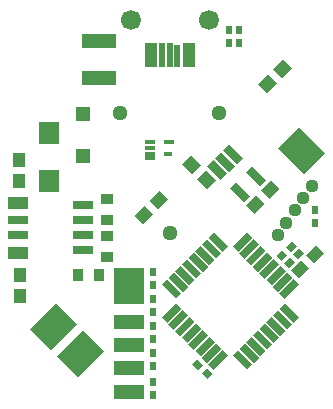
<source format=gbs>
G04 #@! TF.FileFunction,Soldermask,Bot*
%FSLAX46Y46*%
G04 Gerber Fmt 4.6, Leading zero omitted, Abs format (unit mm)*
G04 Created by KiCad (PCBNEW 4.0.7) date 11/15/18 02:42:05*
%MOMM*%
%LPD*%
G01*
G04 APERTURE LIST*
%ADD10C,0.100000*%
%ADD11R,2.501600X1.301600*%
%ADD12C,1.292600*%
%ADD13R,2.901600X1.301600*%
%ADD14R,2.501600X3.101600*%
%ADD15R,0.601600X0.701600*%
%ADD16R,1.001600X0.901600*%
%ADD17R,0.901600X1.001600*%
%ADD18R,1.001600X1.201600*%
%ADD19R,1.701600X0.701600*%
%ADD20R,1.701600X1.101600*%
%ADD21R,1.781600X1.821600*%
%ADD22R,1.301600X1.201600*%
%ADD23R,0.851600X0.701600*%
%ADD24R,0.851600X0.401600*%
%ADD25R,0.651600X0.401600*%
%ADD26R,0.501600X2.101600*%
%ADD27R,0.501600X1.951600*%
%ADD28R,1.101600X2.101600*%
%ADD29C,1.690600*%
%ADD30C,1.111600*%
G04 APERTURE END LIST*
D10*
D11*
X16510000Y12432501D03*
X16510000Y10475001D03*
X16510000Y8517501D03*
X16510000Y6560001D03*
D10*
G36*
X27146497Y21628259D02*
X26438259Y22336497D01*
X27287919Y23186157D01*
X27996157Y22477919D01*
X27146497Y21628259D01*
X27146497Y21628259D01*
G37*
G36*
X28419289Y22901051D02*
X27711051Y23609289D01*
X28560711Y24458949D01*
X29268949Y23750711D01*
X28419289Y22901051D01*
X28419289Y22901051D01*
G37*
D12*
X20000000Y20000000D03*
X24210000Y30160000D03*
X15790000Y30160000D03*
D13*
X13970000Y36280000D03*
X13970000Y33080000D03*
D14*
X16510000Y15500000D03*
D10*
G36*
X12632132Y11741030D02*
X14401030Y9972132D01*
X12207868Y7778970D01*
X10438970Y9547868D01*
X12632132Y11741030D01*
X12632132Y11741030D01*
G37*
G36*
X9917868Y10058970D02*
X8148970Y11827868D01*
X10342132Y14021030D01*
X12111030Y12252132D01*
X9917868Y10058970D01*
X9917868Y10058970D01*
G37*
D15*
X18580000Y16700000D03*
X18580000Y15600000D03*
X18580000Y14420476D03*
X18580000Y13320476D03*
X18580000Y12140952D03*
X18580000Y11040952D03*
X18580000Y9861428D03*
X18580000Y8761428D03*
X18580000Y7380000D03*
X18580000Y6280000D03*
D16*
X14690000Y19770000D03*
X14690000Y17970000D03*
D17*
X12250000Y16440000D03*
X14050000Y16440000D03*
D16*
X14690000Y22850000D03*
X14690000Y21050000D03*
D15*
X25850000Y37150000D03*
X25850000Y36050000D03*
D10*
G36*
X19130711Y23578949D02*
X19838949Y22870711D01*
X18989289Y22021051D01*
X18281051Y22729289D01*
X19130711Y23578949D01*
X19130711Y23578949D01*
G37*
G36*
X17857919Y22306157D02*
X18566157Y21597919D01*
X17716497Y20748259D01*
X17008259Y21456497D01*
X17857919Y22306157D01*
X17857919Y22306157D01*
G37*
G36*
X28202893Y31864655D02*
X27494655Y32572893D01*
X28344315Y33422553D01*
X29052553Y32714315D01*
X28202893Y31864655D01*
X28202893Y31864655D01*
G37*
G36*
X29475685Y33137447D02*
X28767447Y33845685D01*
X29617107Y34695345D01*
X30325345Y33987107D01*
X29475685Y33137447D01*
X29475685Y33137447D01*
G37*
G36*
X30959289Y16141051D02*
X30251051Y16849289D01*
X31100711Y17698949D01*
X31808949Y16990711D01*
X30959289Y16141051D01*
X30959289Y16141051D01*
G37*
G36*
X32232081Y17413843D02*
X31523843Y18122081D01*
X32373503Y18971741D01*
X33081741Y18263503D01*
X32232081Y17413843D01*
X32232081Y17413843D01*
G37*
G36*
X23898949Y24449289D02*
X23190711Y23741051D01*
X22341051Y24590711D01*
X23049289Y25298949D01*
X23898949Y24449289D01*
X23898949Y24449289D01*
G37*
G36*
X22626157Y25722081D02*
X21917919Y25013843D01*
X21068259Y25863503D01*
X21776497Y26571741D01*
X22626157Y25722081D01*
X22626157Y25722081D01*
G37*
D18*
X7300000Y16460000D03*
X7300000Y14660000D03*
X7250000Y24360000D03*
X7250000Y26160000D03*
D15*
X25000000Y37150000D03*
X25000000Y36050000D03*
D10*
G36*
X29178970Y27152132D02*
X30947868Y28921030D01*
X33141030Y26727868D01*
X31372132Y24958970D01*
X29178970Y27152132D01*
X29178970Y27152132D01*
G37*
G36*
X30949446Y12835418D02*
X30488695Y12374667D01*
X29285482Y13577880D01*
X29746233Y14038631D01*
X30949446Y12835418D01*
X30949446Y12835418D01*
G37*
G36*
X30383760Y12269732D02*
X29923009Y11808981D01*
X28719796Y13012194D01*
X29180547Y13472945D01*
X30383760Y12269732D01*
X30383760Y12269732D01*
G37*
G36*
X29818075Y11704047D02*
X29357324Y11243296D01*
X28154111Y12446509D01*
X28614862Y12907260D01*
X29818075Y11704047D01*
X29818075Y11704047D01*
G37*
G36*
X29252389Y11138362D02*
X28791638Y10677611D01*
X27588425Y11880824D01*
X28049176Y12341575D01*
X29252389Y11138362D01*
X29252389Y11138362D01*
G37*
G36*
X28686704Y10572676D02*
X28225953Y10111925D01*
X27022740Y11315138D01*
X27483491Y11775889D01*
X28686704Y10572676D01*
X28686704Y10572676D01*
G37*
G36*
X28121019Y10006991D02*
X27660268Y9546240D01*
X26457055Y10749453D01*
X26917806Y11210204D01*
X28121019Y10006991D01*
X28121019Y10006991D01*
G37*
G36*
X27555333Y9441305D02*
X27094582Y8980554D01*
X25891369Y10183767D01*
X26352120Y10644518D01*
X27555333Y9441305D01*
X27555333Y9441305D01*
G37*
G36*
X26989648Y8875620D02*
X26528897Y8414869D01*
X25325684Y9618082D01*
X25786435Y10078833D01*
X26989648Y8875620D01*
X26989648Y8875620D01*
G37*
G36*
X23735825Y8414869D02*
X23275074Y8875620D01*
X24478287Y10078833D01*
X24939038Y9618082D01*
X23735825Y8414869D01*
X23735825Y8414869D01*
G37*
G36*
X23170140Y8980554D02*
X22709389Y9441305D01*
X23912602Y10644518D01*
X24373353Y10183767D01*
X23170140Y8980554D01*
X23170140Y8980554D01*
G37*
G36*
X22604454Y9546240D02*
X22143703Y10006991D01*
X23346916Y11210204D01*
X23807667Y10749453D01*
X22604454Y9546240D01*
X22604454Y9546240D01*
G37*
G36*
X22038769Y10111925D02*
X21578018Y10572676D01*
X22781231Y11775889D01*
X23241982Y11315138D01*
X22038769Y10111925D01*
X22038769Y10111925D01*
G37*
G36*
X21473083Y10677611D02*
X21012332Y11138362D01*
X22215545Y12341575D01*
X22676296Y11880824D01*
X21473083Y10677611D01*
X21473083Y10677611D01*
G37*
G36*
X20907398Y11243296D02*
X20446647Y11704047D01*
X21649860Y12907260D01*
X22110611Y12446509D01*
X20907398Y11243296D01*
X20907398Y11243296D01*
G37*
G36*
X20341712Y11808981D02*
X19880961Y12269732D01*
X21084174Y13472945D01*
X21544925Y13012194D01*
X20341712Y11808981D01*
X20341712Y11808981D01*
G37*
G36*
X19776027Y12374667D02*
X19315276Y12835418D01*
X20518489Y14038631D01*
X20979240Y13577880D01*
X19776027Y12374667D01*
X19776027Y12374667D01*
G37*
G36*
X20979240Y14886028D02*
X20518489Y14425277D01*
X19315276Y15628490D01*
X19776027Y16089241D01*
X20979240Y14886028D01*
X20979240Y14886028D01*
G37*
G36*
X21544925Y15451713D02*
X21084174Y14990962D01*
X19880961Y16194175D01*
X20341712Y16654926D01*
X21544925Y15451713D01*
X21544925Y15451713D01*
G37*
G36*
X22110611Y16017398D02*
X21649860Y15556647D01*
X20446647Y16759860D01*
X20907398Y17220611D01*
X22110611Y16017398D01*
X22110611Y16017398D01*
G37*
G36*
X22676296Y16583084D02*
X22215545Y16122333D01*
X21012332Y17325546D01*
X21473083Y17786297D01*
X22676296Y16583084D01*
X22676296Y16583084D01*
G37*
G36*
X23241982Y17148769D02*
X22781231Y16688018D01*
X21578018Y17891231D01*
X22038769Y18351982D01*
X23241982Y17148769D01*
X23241982Y17148769D01*
G37*
G36*
X23807667Y17714455D02*
X23346916Y17253704D01*
X22143703Y18456917D01*
X22604454Y18917668D01*
X23807667Y17714455D01*
X23807667Y17714455D01*
G37*
G36*
X24373353Y18280140D02*
X23912602Y17819389D01*
X22709389Y19022602D01*
X23170140Y19483353D01*
X24373353Y18280140D01*
X24373353Y18280140D01*
G37*
G36*
X24939038Y18845826D02*
X24478287Y18385075D01*
X23275074Y19588288D01*
X23735825Y20049039D01*
X24939038Y18845826D01*
X24939038Y18845826D01*
G37*
G36*
X25786435Y18385075D02*
X25325684Y18845826D01*
X26528897Y20049039D01*
X26989648Y19588288D01*
X25786435Y18385075D01*
X25786435Y18385075D01*
G37*
G36*
X26352120Y17819389D02*
X25891369Y18280140D01*
X27094582Y19483353D01*
X27555333Y19022602D01*
X26352120Y17819389D01*
X26352120Y17819389D01*
G37*
G36*
X26917806Y17253704D02*
X26457055Y17714455D01*
X27660268Y18917668D01*
X28121019Y18456917D01*
X26917806Y17253704D01*
X26917806Y17253704D01*
G37*
G36*
X27483491Y16688018D02*
X27022740Y17148769D01*
X28225953Y18351982D01*
X28686704Y17891231D01*
X27483491Y16688018D01*
X27483491Y16688018D01*
G37*
G36*
X28049176Y16122333D02*
X27588425Y16583084D01*
X28791638Y17786297D01*
X29252389Y17325546D01*
X28049176Y16122333D01*
X28049176Y16122333D01*
G37*
G36*
X28614862Y15556647D02*
X28154111Y16017398D01*
X29357324Y17220611D01*
X29818075Y16759860D01*
X28614862Y15556647D01*
X28614862Y15556647D01*
G37*
G36*
X29180547Y14990962D02*
X28719796Y15451713D01*
X29923009Y16654926D01*
X30383760Y16194175D01*
X29180547Y14990962D01*
X29180547Y14990962D01*
G37*
G36*
X29746233Y14425277D02*
X29285482Y14886028D01*
X30488695Y16089241D01*
X30949446Y15628490D01*
X29746233Y14425277D01*
X29746233Y14425277D01*
G37*
G36*
X30074645Y17009249D02*
X29649249Y17434645D01*
X30145355Y17930751D01*
X30570751Y17505355D01*
X30074645Y17009249D01*
X30074645Y17009249D01*
G37*
G36*
X30852463Y17787067D02*
X30427067Y18212463D01*
X30923173Y18708569D01*
X31348569Y18283173D01*
X30852463Y17787067D01*
X30852463Y17787067D01*
G37*
G36*
X30313173Y19308569D02*
X30738569Y18883173D01*
X30242463Y18387067D01*
X29817067Y18812463D01*
X30313173Y19308569D01*
X30313173Y19308569D01*
G37*
G36*
X29535355Y18530751D02*
X29960751Y18105355D01*
X29464645Y17609249D01*
X29039249Y18034645D01*
X29535355Y18530751D01*
X29535355Y18530751D01*
G37*
G36*
X23610751Y8054645D02*
X23185355Y7629249D01*
X22689249Y8125355D01*
X23114645Y8550751D01*
X23610751Y8054645D01*
X23610751Y8054645D01*
G37*
G36*
X22832933Y8832463D02*
X22407537Y8407067D01*
X21911431Y8903173D01*
X22336827Y9328569D01*
X22832933Y8832463D01*
X22832933Y8832463D01*
G37*
D15*
X32290000Y21960000D03*
X32290000Y20860000D03*
D19*
X12650000Y18505000D03*
X12650000Y19775000D03*
X12650000Y21045000D03*
X12650000Y22315000D03*
D20*
X7150000Y22515000D03*
D19*
X7150000Y21045000D03*
X7150000Y19775000D03*
D20*
X7150000Y18305000D03*
D21*
X9770000Y24355000D03*
X9770000Y28485000D03*
D22*
X12620000Y26520000D03*
X12620000Y30020000D03*
D10*
G36*
X23173302Y25668231D02*
X23704763Y26199692D01*
X24879692Y25024763D01*
X24348231Y24493302D01*
X23173302Y25668231D01*
X23173302Y25668231D01*
G37*
G36*
X23845054Y26339982D02*
X24376515Y26871443D01*
X25551444Y25696514D01*
X25019983Y25165053D01*
X23845054Y26339982D01*
X23845054Y26339982D01*
G37*
G36*
X24516805Y27011734D02*
X25048266Y27543195D01*
X26223195Y26368266D01*
X25691734Y25836805D01*
X24516805Y27011734D01*
X24516805Y27011734D01*
G37*
G36*
X26425994Y25102545D02*
X26957455Y25634006D01*
X28132384Y24459077D01*
X27600923Y23927616D01*
X26425994Y25102545D01*
X26425994Y25102545D01*
G37*
G36*
X25082491Y23759042D02*
X25613952Y24290503D01*
X26788881Y23115574D01*
X26257420Y22584113D01*
X25082491Y23759042D01*
X25082491Y23759042D01*
G37*
D23*
X18340000Y26520000D03*
D24*
X18340000Y27670000D03*
D25*
X19840000Y26670000D03*
D24*
X18340000Y27170000D03*
X19940000Y27670000D03*
D26*
X20000000Y35050000D03*
D27*
X20650000Y34975000D03*
D28*
X21600000Y35050000D03*
D26*
X19350000Y35050000D03*
D28*
X18400000Y35050000D03*
D29*
X23300000Y38050000D03*
X16700000Y38050000D03*
D30*
X32035326Y23970969D03*
X31306884Y22930646D03*
X30578442Y21890323D03*
X29850000Y20850000D03*
X29121558Y19809677D03*
M02*

</source>
